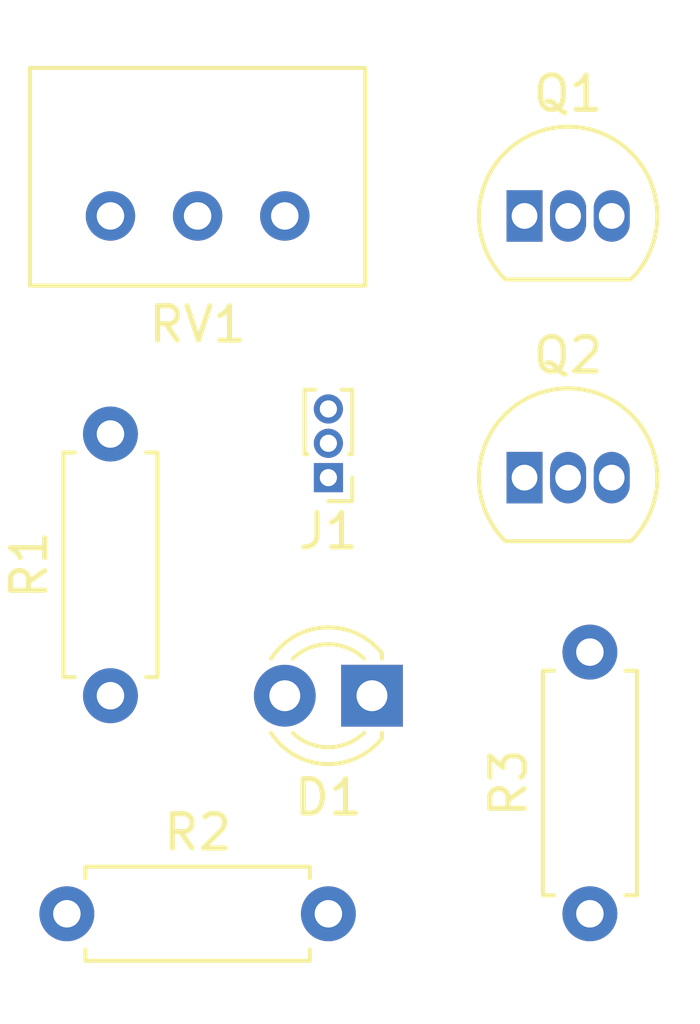
<source format=kicad_pcb>
(kicad_pcb (version 20171130) (host pcbnew 5.1.5+dfsg1-2build2)

  (general
    (thickness 1.6)
    (drawings 0)
    (tracks 0)
    (zones 0)
    (modules 8)
    (nets 8)
  )

  (page A4)
  (layers
    (0 F.Cu signal)
    (31 B.Cu signal)
    (32 B.Adhes user)
    (33 F.Adhes user)
    (34 B.Paste user)
    (35 F.Paste user)
    (36 B.SilkS user)
    (37 F.SilkS user)
    (38 B.Mask user)
    (39 F.Mask user)
    (40 Dwgs.User user)
    (41 Cmts.User user)
    (42 Eco1.User user)
    (43 Eco2.User user)
    (44 Edge.Cuts user)
    (45 Margin user)
    (46 B.CrtYd user)
    (47 F.CrtYd user)
    (48 B.Fab user)
    (49 F.Fab user)
  )

  (setup
    (last_trace_width 0.25)
    (trace_clearance 0.2)
    (zone_clearance 0.508)
    (zone_45_only no)
    (trace_min 0.2)
    (via_size 0.8)
    (via_drill 0.4)
    (via_min_size 0.4)
    (via_min_drill 0.3)
    (uvia_size 0.3)
    (uvia_drill 0.1)
    (uvias_allowed no)
    (uvia_min_size 0.2)
    (uvia_min_drill 0.1)
    (edge_width 0.05)
    (segment_width 0.2)
    (pcb_text_width 0.3)
    (pcb_text_size 1.5 1.5)
    (mod_edge_width 0.12)
    (mod_text_size 1 1)
    (mod_text_width 0.15)
    (pad_size 1.524 1.524)
    (pad_drill 0.762)
    (pad_to_mask_clearance 0.051)
    (solder_mask_min_width 0.25)
    (aux_axis_origin 0 0)
    (visible_elements FFFFFF7F)
    (pcbplotparams
      (layerselection 0x010fc_ffffffff)
      (usegerberextensions false)
      (usegerberattributes false)
      (usegerberadvancedattributes false)
      (creategerberjobfile false)
      (excludeedgelayer true)
      (linewidth 0.100000)
      (plotframeref false)
      (viasonmask false)
      (mode 1)
      (useauxorigin false)
      (hpglpennumber 1)
      (hpglpenspeed 20)
      (hpglpendiameter 15.000000)
      (psnegative false)
      (psa4output false)
      (plotreference true)
      (plotvalue true)
      (plotinvisibletext false)
      (padsonsilk false)
      (subtractmaskfromsilk false)
      (outputformat 1)
      (mirror false)
      (drillshape 1)
      (scaleselection 1)
      (outputdirectory ""))
  )

  (net 0 "")
  (net 1 "Net-(D1-Pad2)")
  (net 2 RST)
  (net 3 "Net-(Q1-Pad1)")
  (net 4 VGND)
  (net 5 "Net-(Q1-Pad2)")
  (net 6 "Net-(R1-Pad2)")
  (net 7 Vbat+)

  (net_class Default "Esta é a classe de rede padrão."
    (clearance 0.2)
    (trace_width 0.25)
    (via_dia 0.8)
    (via_drill 0.4)
    (uvia_dia 0.3)
    (uvia_drill 0.1)
    (add_net "Net-(D1-Pad2)")
    (add_net "Net-(Q1-Pad1)")
    (add_net "Net-(Q1-Pad2)")
    (add_net "Net-(R1-Pad2)")
    (add_net RST)
    (add_net VGND)
    (add_net Vbat+)
  )

  (module Resistor_THT:R_Axial_DIN0207_L6.3mm_D2.5mm_P7.62mm_Horizontal (layer F.Cu) (tedit 5AE5139B) (tstamp 62CDFF11)
    (at 146.05 96.52 90)
    (descr "Resistor, Axial_DIN0207 series, Axial, Horizontal, pin pitch=7.62mm, 0.25W = 1/4W, length*diameter=6.3*2.5mm^2, http://cdn-reichelt.de/documents/datenblatt/B400/1_4W%23YAG.pdf")
    (tags "Resistor Axial_DIN0207 series Axial Horizontal pin pitch 7.62mm 0.25W = 1/4W length 6.3mm diameter 2.5mm")
    (path /62BE3A25)
    (fp_text reference R3 (at 3.81 -2.37 90) (layer F.SilkS)
      (effects (font (size 1 1) (thickness 0.15)))
    )
    (fp_text value 100 (at 3.81 2.37 90) (layer F.Fab)
      (effects (font (size 1 1) (thickness 0.15)))
    )
    (fp_text user %R (at 3.81 0 90) (layer F.Fab)
      (effects (font (size 1 1) (thickness 0.15)))
    )
    (fp_line (start 8.67 -1.5) (end -1.05 -1.5) (layer F.CrtYd) (width 0.05))
    (fp_line (start 8.67 1.5) (end 8.67 -1.5) (layer F.CrtYd) (width 0.05))
    (fp_line (start -1.05 1.5) (end 8.67 1.5) (layer F.CrtYd) (width 0.05))
    (fp_line (start -1.05 -1.5) (end -1.05 1.5) (layer F.CrtYd) (width 0.05))
    (fp_line (start 7.08 1.37) (end 7.08 1.04) (layer F.SilkS) (width 0.12))
    (fp_line (start 0.54 1.37) (end 7.08 1.37) (layer F.SilkS) (width 0.12))
    (fp_line (start 0.54 1.04) (end 0.54 1.37) (layer F.SilkS) (width 0.12))
    (fp_line (start 7.08 -1.37) (end 7.08 -1.04) (layer F.SilkS) (width 0.12))
    (fp_line (start 0.54 -1.37) (end 7.08 -1.37) (layer F.SilkS) (width 0.12))
    (fp_line (start 0.54 -1.04) (end 0.54 -1.37) (layer F.SilkS) (width 0.12))
    (fp_line (start 7.62 0) (end 6.96 0) (layer F.Fab) (width 0.1))
    (fp_line (start 0 0) (end 0.66 0) (layer F.Fab) (width 0.1))
    (fp_line (start 6.96 -1.25) (end 0.66 -1.25) (layer F.Fab) (width 0.1))
    (fp_line (start 6.96 1.25) (end 6.96 -1.25) (layer F.Fab) (width 0.1))
    (fp_line (start 0.66 1.25) (end 6.96 1.25) (layer F.Fab) (width 0.1))
    (fp_line (start 0.66 -1.25) (end 0.66 1.25) (layer F.Fab) (width 0.1))
    (pad 2 thru_hole oval (at 7.62 0 90) (size 1.6 1.6) (drill 0.8) (layers *.Cu *.Mask)
      (net 1 "Net-(D1-Pad2)"))
    (pad 1 thru_hole circle (at 0 0 90) (size 1.6 1.6) (drill 0.8) (layers *.Cu *.Mask)
      (net 7 Vbat+))
    (model ${KISYS3DMOD}/Resistor_THT.3dshapes/R_Axial_DIN0207_L6.3mm_D2.5mm_P7.62mm_Horizontal.wrl
      (at (xyz 0 0 0))
      (scale (xyz 1 1 1))
      (rotate (xyz 0 0 0))
    )
  )

  (module Resistor_THT:R_Axial_DIN0207_L6.3mm_D2.5mm_P7.62mm_Horizontal (layer F.Cu) (tedit 5AE5139B) (tstamp 62CDFF02)
    (at 130.81 96.52)
    (descr "Resistor, Axial_DIN0207 series, Axial, Horizontal, pin pitch=7.62mm, 0.25W = 1/4W, length*diameter=6.3*2.5mm^2, http://cdn-reichelt.de/documents/datenblatt/B400/1_4W%23YAG.pdf")
    (tags "Resistor Axial_DIN0207 series Axial Horizontal pin pitch 7.62mm 0.25W = 1/4W length 6.3mm diameter 2.5mm")
    (path /62BE2DA3)
    (fp_text reference R2 (at 3.81 -2.37) (layer F.SilkS)
      (effects (font (size 1 1) (thickness 0.15)))
    )
    (fp_text value 33k (at 3.81 2.37) (layer F.Fab)
      (effects (font (size 1 1) (thickness 0.15)))
    )
    (fp_text user %R (at 2.54 0) (layer F.Fab)
      (effects (font (size 1 1) (thickness 0.15)))
    )
    (fp_line (start 8.67 -1.5) (end -1.05 -1.5) (layer F.CrtYd) (width 0.05))
    (fp_line (start 8.67 1.5) (end 8.67 -1.5) (layer F.CrtYd) (width 0.05))
    (fp_line (start -1.05 1.5) (end 8.67 1.5) (layer F.CrtYd) (width 0.05))
    (fp_line (start -1.05 -1.5) (end -1.05 1.5) (layer F.CrtYd) (width 0.05))
    (fp_line (start 7.08 1.37) (end 7.08 1.04) (layer F.SilkS) (width 0.12))
    (fp_line (start 0.54 1.37) (end 7.08 1.37) (layer F.SilkS) (width 0.12))
    (fp_line (start 0.54 1.04) (end 0.54 1.37) (layer F.SilkS) (width 0.12))
    (fp_line (start 7.08 -1.37) (end 7.08 -1.04) (layer F.SilkS) (width 0.12))
    (fp_line (start 0.54 -1.37) (end 7.08 -1.37) (layer F.SilkS) (width 0.12))
    (fp_line (start 0.54 -1.04) (end 0.54 -1.37) (layer F.SilkS) (width 0.12))
    (fp_line (start 7.62 0) (end 6.96 0) (layer F.Fab) (width 0.1))
    (fp_line (start 0 0) (end 0.66 0) (layer F.Fab) (width 0.1))
    (fp_line (start 6.96 -1.25) (end 0.66 -1.25) (layer F.Fab) (width 0.1))
    (fp_line (start 6.96 1.25) (end 6.96 -1.25) (layer F.Fab) (width 0.1))
    (fp_line (start 0.66 1.25) (end 6.96 1.25) (layer F.Fab) (width 0.1))
    (fp_line (start 0.66 -1.25) (end 0.66 1.25) (layer F.Fab) (width 0.1))
    (pad 2 thru_hole oval (at 7.62 0) (size 1.6 1.6) (drill 0.8) (layers *.Cu *.Mask)
      (net 3 "Net-(Q1-Pad1)"))
    (pad 1 thru_hole circle (at 0 0) (size 1.6 1.6) (drill 0.8) (layers *.Cu *.Mask)
      (net 7 Vbat+))
    (model ${KISYS3DMOD}/Resistor_THT.3dshapes/R_Axial_DIN0207_L6.3mm_D2.5mm_P7.62mm_Horizontal.wrl
      (at (xyz 0 0 0))
      (scale (xyz 1 1 1))
      (rotate (xyz 0 0 0))
    )
  )

  (module Connector_PinHeader_1.00mm:PinHeader_1x03_P1.00mm_Vertical (layer F.Cu) (tedit 59FED738) (tstamp 62CE0461)
    (at 138.43 83.82 180)
    (descr "Through hole straight pin header, 1x03, 1.00mm pitch, single row")
    (tags "Through hole pin header THT 1x03 1.00mm single row")
    (path /62CDB65C)
    (fp_text reference J1 (at 0 -1.56) (layer F.SilkS)
      (effects (font (size 1 1) (thickness 0.15)))
    )
    (fp_text value Conn_01x03 (at 0 3.56) (layer F.Fab)
      (effects (font (size 1 1) (thickness 0.15)))
    )
    (fp_text user %R (at 0 1 90) (layer F.Fab)
      (effects (font (size 0.76 0.76) (thickness 0.114)))
    )
    (fp_line (start 1.15 -1) (end -1.15 -1) (layer F.CrtYd) (width 0.05))
    (fp_line (start 1.15 3) (end 1.15 -1) (layer F.CrtYd) (width 0.05))
    (fp_line (start -1.15 3) (end 1.15 3) (layer F.CrtYd) (width 0.05))
    (fp_line (start -1.15 -1) (end -1.15 3) (layer F.CrtYd) (width 0.05))
    (fp_line (start -0.695 -0.685) (end 0 -0.685) (layer F.SilkS) (width 0.12))
    (fp_line (start -0.695 0) (end -0.695 -0.685) (layer F.SilkS) (width 0.12))
    (fp_line (start 0.608276 0.685) (end 0.695 0.685) (layer F.SilkS) (width 0.12))
    (fp_line (start -0.695 0.685) (end -0.608276 0.685) (layer F.SilkS) (width 0.12))
    (fp_line (start 0.695 0.685) (end 0.695 2.56) (layer F.SilkS) (width 0.12))
    (fp_line (start -0.695 0.685) (end -0.695 2.56) (layer F.SilkS) (width 0.12))
    (fp_line (start 0.394493 2.56) (end 0.695 2.56) (layer F.SilkS) (width 0.12))
    (fp_line (start -0.695 2.56) (end -0.394493 2.56) (layer F.SilkS) (width 0.12))
    (fp_line (start -0.635 -0.1825) (end -0.3175 -0.5) (layer F.Fab) (width 0.1))
    (fp_line (start -0.635 2.5) (end -0.635 -0.1825) (layer F.Fab) (width 0.1))
    (fp_line (start 0.635 2.5) (end -0.635 2.5) (layer F.Fab) (width 0.1))
    (fp_line (start 0.635 -0.5) (end 0.635 2.5) (layer F.Fab) (width 0.1))
    (fp_line (start -0.3175 -0.5) (end 0.635 -0.5) (layer F.Fab) (width 0.1))
    (pad 3 thru_hole oval (at 0 2 180) (size 0.85 0.85) (drill 0.5) (layers *.Cu *.Mask)
      (net 4 VGND))
    (pad 2 thru_hole oval (at 0 1 180) (size 0.85 0.85) (drill 0.5) (layers *.Cu *.Mask)
      (net 2 RST))
    (pad 1 thru_hole rect (at 0 0 180) (size 0.85 0.85) (drill 0.5) (layers *.Cu *.Mask)
      (net 7 Vbat+))
    (model ${KISYS3DMOD}/Connector_PinHeader_1.00mm.3dshapes/PinHeader_1x03_P1.00mm_Vertical.wrl
      (at (xyz 0 0 0))
      (scale (xyz 1 1 1))
      (rotate (xyz 0 0 0))
    )
  )

  (module Potentiometer_THT:Potentiometer_Bourns_3299W_Vertical (layer F.Cu) (tedit 5A3D4994) (tstamp 62CDFF28)
    (at 132.08 76.2 180)
    (descr "Potentiometer, vertical, Bourns 3299W, https://www.bourns.com/pdfs/3299.pdf")
    (tags "Potentiometer vertical Bourns 3299W")
    (path /62BE48B3)
    (fp_text reference RV1 (at -2.54 -3.16) (layer F.SilkS)
      (effects (font (size 1 1) (thickness 0.15)))
    )
    (fp_text value 5k3 (at -2.54 5.44) (layer F.Fab)
      (effects (font (size 1 1) (thickness 0.15)))
    )
    (fp_text user %R (at -3.175 1.14) (layer F.Fab)
      (effects (font (size 1 1) (thickness 0.15)))
    )
    (fp_line (start 2.5 -2.2) (end -7.6 -2.2) (layer F.CrtYd) (width 0.05))
    (fp_line (start 2.5 4.45) (end 2.5 -2.2) (layer F.CrtYd) (width 0.05))
    (fp_line (start -7.6 4.45) (end 2.5 4.45) (layer F.CrtYd) (width 0.05))
    (fp_line (start -7.6 -2.2) (end -7.6 4.45) (layer F.CrtYd) (width 0.05))
    (fp_line (start 2.345 -2.03) (end 2.345 4.31) (layer F.SilkS) (width 0.12))
    (fp_line (start -7.425 -2.03) (end -7.425 4.31) (layer F.SilkS) (width 0.12))
    (fp_line (start -7.425 4.31) (end 2.345 4.31) (layer F.SilkS) (width 0.12))
    (fp_line (start -7.425 -2.03) (end 2.345 -2.03) (layer F.SilkS) (width 0.12))
    (fp_line (start 0.955 4.005) (end 0.956 1.836) (layer F.Fab) (width 0.1))
    (fp_line (start 0.955 4.005) (end 0.956 1.836) (layer F.Fab) (width 0.1))
    (fp_line (start 2.225 -1.91) (end -7.305 -1.91) (layer F.Fab) (width 0.1))
    (fp_line (start 2.225 4.19) (end 2.225 -1.91) (layer F.Fab) (width 0.1))
    (fp_line (start -7.305 4.19) (end 2.225 4.19) (layer F.Fab) (width 0.1))
    (fp_line (start -7.305 -1.91) (end -7.305 4.19) (layer F.Fab) (width 0.1))
    (fp_circle (center 0.955 2.92) (end 2.05 2.92) (layer F.Fab) (width 0.1))
    (pad 3 thru_hole circle (at -5.08 0 180) (size 1.44 1.44) (drill 0.8) (layers *.Cu *.Mask)
      (net 4 VGND))
    (pad 2 thru_hole circle (at -2.54 0 180) (size 1.44 1.44) (drill 0.8) (layers *.Cu *.Mask)
      (net 5 "Net-(Q1-Pad2)"))
    (pad 1 thru_hole circle (at 0 0 180) (size 1.44 1.44) (drill 0.8) (layers *.Cu *.Mask)
      (net 6 "Net-(R1-Pad2)"))
    (model ${KISYS3DMOD}/Potentiometer_THT.3dshapes/Potentiometer_Bourns_3299W_Vertical.wrl
      (at (xyz 0 0 0))
      (scale (xyz 1 1 1))
      (rotate (xyz 0 0 0))
    )
  )

  (module Resistor_THT:R_Axial_DIN0207_L6.3mm_D2.5mm_P7.62mm_Horizontal (layer F.Cu) (tedit 5AE5139B) (tstamp 62CDFEF3)
    (at 132.08 90.17 90)
    (descr "Resistor, Axial_DIN0207 series, Axial, Horizontal, pin pitch=7.62mm, 0.25W = 1/4W, length*diameter=6.3*2.5mm^2, http://cdn-reichelt.de/documents/datenblatt/B400/1_4W%23YAG.pdf")
    (tags "Resistor Axial_DIN0207 series Axial Horizontal pin pitch 7.62mm 0.25W = 1/4W length 6.3mm diameter 2.5mm")
    (path /62BF0208)
    (fp_text reference R1 (at 3.81 -2.37 90) (layer F.SilkS)
      (effects (font (size 1 1) (thickness 0.15)))
    )
    (fp_text value 6k7 (at 3.81 2.37 90) (layer F.Fab)
      (effects (font (size 1 1) (thickness 0.15)))
    )
    (fp_text user %R (at 3.81 0 90) (layer F.Fab)
      (effects (font (size 1 1) (thickness 0.15)))
    )
    (fp_line (start 8.67 -1.5) (end -1.05 -1.5) (layer F.CrtYd) (width 0.05))
    (fp_line (start 8.67 1.5) (end 8.67 -1.5) (layer F.CrtYd) (width 0.05))
    (fp_line (start -1.05 1.5) (end 8.67 1.5) (layer F.CrtYd) (width 0.05))
    (fp_line (start -1.05 -1.5) (end -1.05 1.5) (layer F.CrtYd) (width 0.05))
    (fp_line (start 7.08 1.37) (end 7.08 1.04) (layer F.SilkS) (width 0.12))
    (fp_line (start 0.54 1.37) (end 7.08 1.37) (layer F.SilkS) (width 0.12))
    (fp_line (start 0.54 1.04) (end 0.54 1.37) (layer F.SilkS) (width 0.12))
    (fp_line (start 7.08 -1.37) (end 7.08 -1.04) (layer F.SilkS) (width 0.12))
    (fp_line (start 0.54 -1.37) (end 7.08 -1.37) (layer F.SilkS) (width 0.12))
    (fp_line (start 0.54 -1.04) (end 0.54 -1.37) (layer F.SilkS) (width 0.12))
    (fp_line (start 7.62 0) (end 6.96 0) (layer F.Fab) (width 0.1))
    (fp_line (start 0 0) (end 0.66 0) (layer F.Fab) (width 0.1))
    (fp_line (start 6.96 -1.25) (end 0.66 -1.25) (layer F.Fab) (width 0.1))
    (fp_line (start 6.96 1.25) (end 6.96 -1.25) (layer F.Fab) (width 0.1))
    (fp_line (start 0.66 1.25) (end 6.96 1.25) (layer F.Fab) (width 0.1))
    (fp_line (start 0.66 -1.25) (end 0.66 1.25) (layer F.Fab) (width 0.1))
    (pad 2 thru_hole oval (at 7.62 0 90) (size 1.6 1.6) (drill 0.8) (layers *.Cu *.Mask)
      (net 6 "Net-(R1-Pad2)"))
    (pad 1 thru_hole circle (at 0 0 90) (size 1.6 1.6) (drill 0.8) (layers *.Cu *.Mask)
      (net 7 Vbat+))
    (model ${KISYS3DMOD}/Resistor_THT.3dshapes/R_Axial_DIN0207_L6.3mm_D2.5mm_P7.62mm_Horizontal.wrl
      (at (xyz 0 0 0))
      (scale (xyz 1 1 1))
      (rotate (xyz 0 0 0))
    )
  )

  (module Package_TO_SOT_THT:TO-92_Inline (layer F.Cu) (tedit 5A1DD157) (tstamp 62CDFEDC)
    (at 144.145 83.82)
    (descr "TO-92 leads in-line, narrow, oval pads, drill 0.75mm (see NXP sot054_po.pdf)")
    (tags "to-92 sc-43 sc-43a sot54 PA33 transistor")
    (path /62BE0755)
    (fp_text reference Q2 (at 1.27 -3.56) (layer F.SilkS)
      (effects (font (size 1 1) (thickness 0.15)))
    )
    (fp_text value BC548 (at 1.27 2.79) (layer F.Fab)
      (effects (font (size 1 1) (thickness 0.15)))
    )
    (fp_arc (start 1.27 0) (end 1.27 -2.6) (angle 135) (layer F.SilkS) (width 0.12))
    (fp_arc (start 1.27 0) (end 1.27 -2.48) (angle -135) (layer F.Fab) (width 0.1))
    (fp_arc (start 1.27 0) (end 1.27 -2.6) (angle -135) (layer F.SilkS) (width 0.12))
    (fp_arc (start 1.27 0) (end 1.27 -2.48) (angle 135) (layer F.Fab) (width 0.1))
    (fp_line (start 4 2.01) (end -1.46 2.01) (layer F.CrtYd) (width 0.05))
    (fp_line (start 4 2.01) (end 4 -2.73) (layer F.CrtYd) (width 0.05))
    (fp_line (start -1.46 -2.73) (end -1.46 2.01) (layer F.CrtYd) (width 0.05))
    (fp_line (start -1.46 -2.73) (end 4 -2.73) (layer F.CrtYd) (width 0.05))
    (fp_line (start -0.5 1.75) (end 3 1.75) (layer F.Fab) (width 0.1))
    (fp_line (start -0.53 1.85) (end 3.07 1.85) (layer F.SilkS) (width 0.12))
    (fp_text user %R (at 1.27 -3.56) (layer F.Fab)
      (effects (font (size 1 1) (thickness 0.15)))
    )
    (pad 1 thru_hole rect (at 0 0) (size 1.05 1.5) (drill 0.75) (layers *.Cu *.Mask)
      (net 2 RST))
    (pad 3 thru_hole oval (at 2.54 0) (size 1.05 1.5) (drill 0.75) (layers *.Cu *.Mask)
      (net 4 VGND))
    (pad 2 thru_hole oval (at 1.27 0) (size 1.05 1.5) (drill 0.75) (layers *.Cu *.Mask)
      (net 3 "Net-(Q1-Pad1)"))
    (model ${KISYS3DMOD}/Package_TO_SOT_THT.3dshapes/TO-92_Inline.wrl
      (at (xyz 0 0 0))
      (scale (xyz 1 1 1))
      (rotate (xyz 0 0 0))
    )
  )

  (module Package_TO_SOT_THT:TO-92_Inline (layer F.Cu) (tedit 5A1DD157) (tstamp 62CDFECA)
    (at 144.145 76.2)
    (descr "TO-92 leads in-line, narrow, oval pads, drill 0.75mm (see NXP sot054_po.pdf)")
    (tags "to-92 sc-43 sc-43a sot54 PA33 transistor")
    (path /62BDFC03)
    (fp_text reference Q1 (at 1.27 -3.56) (layer F.SilkS)
      (effects (font (size 1 1) (thickness 0.15)))
    )
    (fp_text value BC548 (at 1.27 2.79) (layer F.Fab)
      (effects (font (size 1 1) (thickness 0.15)))
    )
    (fp_arc (start 1.27 0) (end 1.27 -2.6) (angle 135) (layer F.SilkS) (width 0.12))
    (fp_arc (start 1.27 0) (end 1.27 -2.48) (angle -135) (layer F.Fab) (width 0.1))
    (fp_arc (start 1.27 0) (end 1.27 -2.6) (angle -135) (layer F.SilkS) (width 0.12))
    (fp_arc (start 1.27 0) (end 1.27 -2.48) (angle 135) (layer F.Fab) (width 0.1))
    (fp_line (start 4 2.01) (end -1.46 2.01) (layer F.CrtYd) (width 0.05))
    (fp_line (start 4 2.01) (end 4 -2.73) (layer F.CrtYd) (width 0.05))
    (fp_line (start -1.46 -2.73) (end -1.46 2.01) (layer F.CrtYd) (width 0.05))
    (fp_line (start -1.46 -2.73) (end 4 -2.73) (layer F.CrtYd) (width 0.05))
    (fp_line (start -0.5 1.75) (end 3 1.75) (layer F.Fab) (width 0.1))
    (fp_line (start -0.53 1.85) (end 3.07 1.85) (layer F.SilkS) (width 0.12))
    (fp_text user %R (at 1.27 -3.56) (layer F.Fab)
      (effects (font (size 1 1) (thickness 0.15)))
    )
    (pad 1 thru_hole rect (at 0 0) (size 1.05 1.5) (drill 0.75) (layers *.Cu *.Mask)
      (net 3 "Net-(Q1-Pad1)"))
    (pad 3 thru_hole oval (at 2.54 0) (size 1.05 1.5) (drill 0.75) (layers *.Cu *.Mask)
      (net 4 VGND))
    (pad 2 thru_hole oval (at 1.27 0) (size 1.05 1.5) (drill 0.75) (layers *.Cu *.Mask)
      (net 5 "Net-(Q1-Pad2)"))
    (model ${KISYS3DMOD}/Package_TO_SOT_THT.3dshapes/TO-92_Inline.wrl
      (at (xyz 0 0 0))
      (scale (xyz 1 1 1))
      (rotate (xyz 0 0 0))
    )
  )

  (module LED_THT:LED_D3.0mm (layer F.Cu) (tedit 587A3A7B) (tstamp 62CDFEB8)
    (at 139.7 90.17 180)
    (descr "LED, diameter 3.0mm, 2 pins")
    (tags "LED diameter 3.0mm 2 pins")
    (path /62BE0F44)
    (fp_text reference D1 (at 1.27 -2.96) (layer F.SilkS)
      (effects (font (size 1 1) (thickness 0.15)))
    )
    (fp_text value LED (at 1.27 2.96) (layer F.Fab)
      (effects (font (size 1 1) (thickness 0.15)))
    )
    (fp_line (start 3.7 -2.25) (end -1.15 -2.25) (layer F.CrtYd) (width 0.05))
    (fp_line (start 3.7 2.25) (end 3.7 -2.25) (layer F.CrtYd) (width 0.05))
    (fp_line (start -1.15 2.25) (end 3.7 2.25) (layer F.CrtYd) (width 0.05))
    (fp_line (start -1.15 -2.25) (end -1.15 2.25) (layer F.CrtYd) (width 0.05))
    (fp_line (start -0.29 1.08) (end -0.29 1.236) (layer F.SilkS) (width 0.12))
    (fp_line (start -0.29 -1.236) (end -0.29 -1.08) (layer F.SilkS) (width 0.12))
    (fp_line (start -0.23 -1.16619) (end -0.23 1.16619) (layer F.Fab) (width 0.1))
    (fp_circle (center 1.27 0) (end 2.77 0) (layer F.Fab) (width 0.1))
    (fp_arc (start 1.27 0) (end 0.229039 1.08) (angle -87.9) (layer F.SilkS) (width 0.12))
    (fp_arc (start 1.27 0) (end 0.229039 -1.08) (angle 87.9) (layer F.SilkS) (width 0.12))
    (fp_arc (start 1.27 0) (end -0.29 1.235516) (angle -108.8) (layer F.SilkS) (width 0.12))
    (fp_arc (start 1.27 0) (end -0.29 -1.235516) (angle 108.8) (layer F.SilkS) (width 0.12))
    (fp_arc (start 1.27 0) (end -0.23 -1.16619) (angle 284.3) (layer F.Fab) (width 0.1))
    (pad 2 thru_hole circle (at 2.54 0 180) (size 1.8 1.8) (drill 0.9) (layers *.Cu *.Mask)
      (net 1 "Net-(D1-Pad2)"))
    (pad 1 thru_hole rect (at 0 0 180) (size 1.8 1.8) (drill 0.9) (layers *.Cu *.Mask)
      (net 2 RST))
    (model ${KISYS3DMOD}/LED_THT.3dshapes/LED_D3.0mm.wrl
      (at (xyz 0 0 0))
      (scale (xyz 1 1 1))
      (rotate (xyz 0 0 0))
    )
  )

)

</source>
